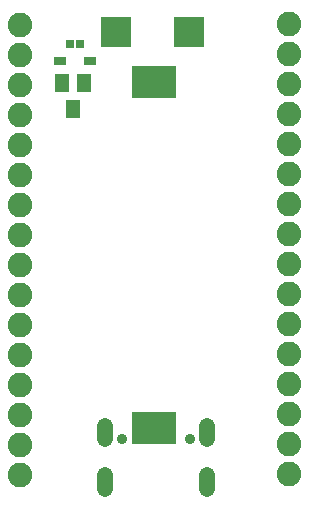
<source format=gbr>
G04 EAGLE Gerber RS-274X export*
G75*
%MOMM*%
%FSLAX34Y34*%
%LPD*%
%INSoldermask Bottom*%
%IPPOS*%
%AMOC8*
5,1,8,0,0,1.08239X$1,22.5*%
G01*
%ADD10C,2.082800*%
%ADD11R,2.571200X2.606800*%
%ADD12R,1.203200X1.603200*%
%ADD13R,3.803200X2.803200*%
%ADD14R,1.003200X0.803200*%
%ADD15R,0.743200X0.803200*%
%ADD16C,1.361200*%
%ADD17C,0.903200*%


D10*
X14290Y33539D03*
X14290Y58939D03*
X14290Y84339D03*
X14290Y109739D03*
X14290Y135139D03*
X14290Y160539D03*
X14290Y185939D03*
X14290Y211339D03*
X14290Y236739D03*
X14290Y262139D03*
X14290Y287539D03*
X14290Y312939D03*
X14290Y338339D03*
X14290Y363739D03*
X14290Y389139D03*
X14290Y414539D03*
X242570Y34330D03*
X242570Y59730D03*
X242570Y85130D03*
X242570Y110530D03*
X242570Y135930D03*
X242570Y161330D03*
X242570Y186730D03*
X242570Y212130D03*
X242570Y237530D03*
X242570Y262930D03*
X242570Y288330D03*
X242570Y313730D03*
X242570Y339130D03*
X242570Y364530D03*
X242570Y389930D03*
X242570Y415330D03*
D11*
X157945Y408800D03*
X95521Y408800D03*
D12*
X59570Y343585D03*
X69070Y365585D03*
X50070Y365585D03*
D13*
X127635Y366845D03*
X127635Y73845D03*
D14*
X73460Y384175D03*
X48460Y384175D03*
D15*
X65280Y398780D03*
X56640Y398780D03*
D16*
X86340Y75530D02*
X86340Y63950D01*
X172740Y63950D02*
X172740Y75530D01*
X86340Y33730D02*
X86340Y22150D01*
X172740Y22150D02*
X172740Y33730D01*
D17*
X100640Y64440D03*
X158440Y64440D03*
M02*

</source>
